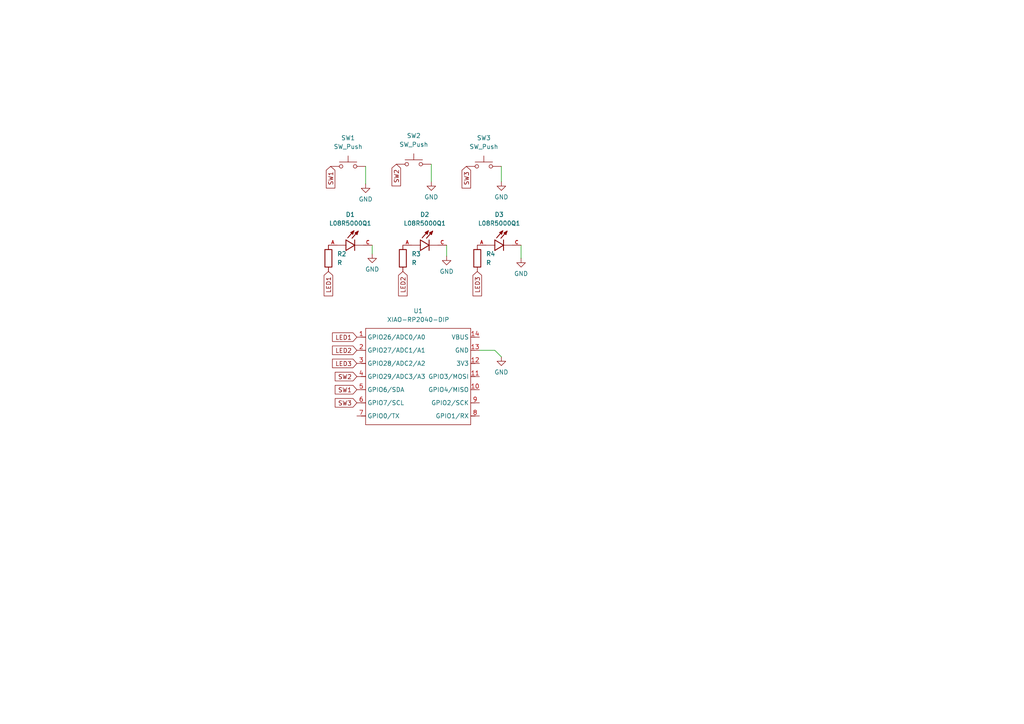
<source format=kicad_sch>
(kicad_sch
	(version 20250114)
	(generator "eeschema")
	(generator_version "9.0")
	(uuid "4669b439-be3b-4728-930c-e9c68009d532")
	(paper "A4")
	(lib_symbols
		(symbol "Device:R"
			(pin_numbers
				(hide yes)
			)
			(pin_names
				(offset 0)
			)
			(exclude_from_sim no)
			(in_bom yes)
			(on_board yes)
			(property "Reference" "R"
				(at 2.032 0 90)
				(effects
					(font
						(size 1.27 1.27)
					)
				)
			)
			(property "Value" "R"
				(at 0 0 90)
				(effects
					(font
						(size 1.27 1.27)
					)
				)
			)
			(property "Footprint" ""
				(at -1.778 0 90)
				(effects
					(font
						(size 1.27 1.27)
					)
					(hide yes)
				)
			)
			(property "Datasheet" "~"
				(at 0 0 0)
				(effects
					(font
						(size 1.27 1.27)
					)
					(hide yes)
				)
			)
			(property "Description" "Resistor"
				(at 0 0 0)
				(effects
					(font
						(size 1.27 1.27)
					)
					(hide yes)
				)
			)
			(property "ki_keywords" "R res resistor"
				(at 0 0 0)
				(effects
					(font
						(size 1.27 1.27)
					)
					(hide yes)
				)
			)
			(property "ki_fp_filters" "R_*"
				(at 0 0 0)
				(effects
					(font
						(size 1.27 1.27)
					)
					(hide yes)
				)
			)
			(symbol "R_0_1"
				(rectangle
					(start -1.016 -2.54)
					(end 1.016 2.54)
					(stroke
						(width 0.254)
						(type default)
					)
					(fill
						(type none)
					)
				)
			)
			(symbol "R_1_1"
				(pin passive line
					(at 0 3.81 270)
					(length 1.27)
					(name "~"
						(effects
							(font
								(size 1.27 1.27)
							)
						)
					)
					(number "1"
						(effects
							(font
								(size 1.27 1.27)
							)
						)
					)
				)
				(pin passive line
					(at 0 -3.81 90)
					(length 1.27)
					(name "~"
						(effects
							(font
								(size 1.27 1.27)
							)
						)
					)
					(number "2"
						(effects
							(font
								(size 1.27 1.27)
							)
						)
					)
				)
			)
			(embedded_fonts no)
		)
		(symbol "L08R5000Q1:L08R5000Q1"
			(pin_names
				(offset 1.016)
			)
			(exclude_from_sim no)
			(in_bom yes)
			(on_board yes)
			(property "Reference" "D"
				(at -3.0988 4.4958 0)
				(effects
					(font
						(size 1.27 1.27)
					)
					(justify left bottom)
				)
			)
			(property "Value" "L08R5000Q1"
				(at -3.556 -3.302 0)
				(effects
					(font
						(size 1.27 1.27)
					)
					(justify left bottom)
				)
			)
			(property "Footprint" "L08R5000Q1:LEDRD254W57D500H1070"
				(at 0 0 0)
				(effects
					(font
						(size 1.27 1.27)
					)
					(justify bottom)
					(hide yes)
				)
			)
			(property "Datasheet" ""
				(at 0 0 0)
				(effects
					(font
						(size 1.27 1.27)
					)
					(hide yes)
				)
			)
			(property "Description" ""
				(at 0 0 0)
				(effects
					(font
						(size 1.27 1.27)
					)
					(hide yes)
				)
			)
			(property "MF" "LED Technology"
				(at 0 0 0)
				(effects
					(font
						(size 1.27 1.27)
					)
					(justify bottom)
					(hide yes)
				)
			)
			(property "MAXIMUM_PACKAGE_HEIGHT" "10.7mm"
				(at 0 0 0)
				(effects
					(font
						(size 1.27 1.27)
					)
					(justify bottom)
					(hide yes)
				)
			)
			(property "Package" "None"
				(at 0 0 0)
				(effects
					(font
						(size 1.27 1.27)
					)
					(justify bottom)
					(hide yes)
				)
			)
			(property "Price" "None"
				(at 0 0 0)
				(effects
					(font
						(size 1.27 1.27)
					)
					(justify bottom)
					(hide yes)
				)
			)
			(property "Check_prices" "https://www.snapeda.com/parts/L08R5000Q1/LED+Technology/view-part/?ref=eda"
				(at 0 0 0)
				(effects
					(font
						(size 1.27 1.27)
					)
					(justify bottom)
					(hide yes)
				)
			)
			(property "STANDARD" "IPC-7351B"
				(at 0 0 0)
				(effects
					(font
						(size 1.27 1.27)
					)
					(justify bottom)
					(hide yes)
				)
			)
			(property "PARTREV" "NA"
				(at 0 0 0)
				(effects
					(font
						(size 1.27 1.27)
					)
					(justify bottom)
					(hide yes)
				)
			)
			(property "SnapEDA_Link" "https://www.snapeda.com/parts/L08R5000Q1/LED+Technology/view-part/?ref=snap"
				(at 0 0 0)
				(effects
					(font
						(size 1.27 1.27)
					)
					(justify bottom)
					(hide yes)
				)
			)
			(property "MP" "L08R5000Q1"
				(at 0 0 0)
				(effects
					(font
						(size 1.27 1.27)
					)
					(justify bottom)
					(hide yes)
				)
			)
			(property "Description_1" "LED, 5MM, ORANGE; LED / Lamp Size: 5mm / T-1 3/4; LED Colour: Orange; Typ Luminous Intensity: 4.3mcd; Viewing Angle: ..."
				(at 0 0 0)
				(effects
					(font
						(size 1.27 1.27)
					)
					(justify bottom)
					(hide yes)
				)
			)
			(property "Availability" "Not in stock"
				(at 0 0 0)
				(effects
					(font
						(size 1.27 1.27)
					)
					(justify bottom)
					(hide yes)
				)
			)
			(property "MANUFACTURER" "LED TECHNOLOGY"
				(at 0 0 0)
				(effects
					(font
						(size 1.27 1.27)
					)
					(justify bottom)
					(hide yes)
				)
			)
			(symbol "L08R5000Q1_0_0"
				(polyline
					(pts
						(xy -2.54 1.524) (xy -2.54 0)
					)
					(stroke
						(width 0.254)
						(type default)
					)
					(fill
						(type none)
					)
				)
				(polyline
					(pts
						(xy -2.54 0) (xy -5.08 0)
					)
					(stroke
						(width 0.1524)
						(type default)
					)
					(fill
						(type none)
					)
				)
				(polyline
					(pts
						(xy -2.54 0) (xy -2.54 -1.524)
					)
					(stroke
						(width 0.254)
						(type default)
					)
					(fill
						(type none)
					)
				)
				(polyline
					(pts
						(xy -2.54 -1.524) (xy 0 0)
					)
					(stroke
						(width 0.254)
						(type default)
					)
					(fill
						(type none)
					)
				)
				(polyline
					(pts
						(xy -1.1176 3.683) (xy -0.2286 4.1656)
					)
					(stroke
						(width 0.254)
						(type default)
					)
					(fill
						(type none)
					)
				)
				(polyline
					(pts
						(xy -0.9398 3.6068) (xy -0.7112 3.7592)
					)
					(stroke
						(width 0.254)
						(type default)
					)
					(fill
						(type none)
					)
				)
				(polyline
					(pts
						(xy -0.5588 3.2004) (xy -1.1176 3.683)
					)
					(stroke
						(width 0.254)
						(type default)
					)
					(fill
						(type none)
					)
				)
				(polyline
					(pts
						(xy -0.5588 3.2004) (xy -0.5334 3.937)
					)
					(stroke
						(width 0.254)
						(type default)
					)
					(fill
						(type none)
					)
				)
				(polyline
					(pts
						(xy -0.5334 3.937) (xy -0.6604 3.937)
					)
					(stroke
						(width 0.254)
						(type default)
					)
					(fill
						(type none)
					)
				)
				(polyline
					(pts
						(xy -0.2286 4.1656) (xy -2.0066 2.1336)
					)
					(stroke
						(width 0.254)
						(type default)
					)
					(fill
						(type none)
					)
				)
				(polyline
					(pts
						(xy -0.2286 4.1656) (xy -0.5588 3.2004)
					)
					(stroke
						(width 0.254)
						(type default)
					)
					(fill
						(type none)
					)
				)
				(polyline
					(pts
						(xy 0 1.524) (xy 0 0)
					)
					(stroke
						(width 0.254)
						(type default)
					)
					(fill
						(type none)
					)
				)
				(polyline
					(pts
						(xy 0 0) (xy -2.54 1.524)
					)
					(stroke
						(width 0.254)
						(type default)
					)
					(fill
						(type none)
					)
				)
				(polyline
					(pts
						(xy 0 0) (xy 0 -1.524)
					)
					(stroke
						(width 0.254)
						(type default)
					)
					(fill
						(type none)
					)
				)
				(polyline
					(pts
						(xy 0.127 3.5814) (xy 1.016 4.064)
					)
					(stroke
						(width 0.254)
						(type default)
					)
					(fill
						(type none)
					)
				)
				(polyline
					(pts
						(xy 0.3048 3.5052) (xy 0.5334 3.6576)
					)
					(stroke
						(width 0.254)
						(type default)
					)
					(fill
						(type none)
					)
				)
				(polyline
					(pts
						(xy 0.6858 3.0988) (xy 0.127 3.5814)
					)
					(stroke
						(width 0.254)
						(type default)
					)
					(fill
						(type none)
					)
				)
				(polyline
					(pts
						(xy 0.6858 3.0988) (xy 0.7112 3.8354)
					)
					(stroke
						(width 0.254)
						(type default)
					)
					(fill
						(type none)
					)
				)
				(polyline
					(pts
						(xy 0.7112 3.8354) (xy 0.5842 3.8354)
					)
					(stroke
						(width 0.254)
						(type default)
					)
					(fill
						(type none)
					)
				)
				(polyline
					(pts
						(xy 1.016 4.064) (xy -0.762 2.032)
					)
					(stroke
						(width 0.254)
						(type default)
					)
					(fill
						(type none)
					)
				)
				(polyline
					(pts
						(xy 1.016 4.064) (xy 0.6858 3.0988)
					)
					(stroke
						(width 0.254)
						(type default)
					)
					(fill
						(type none)
					)
				)
				(polyline
					(pts
						(xy 2.54 0) (xy 0 0)
					)
					(stroke
						(width 0.1524)
						(type default)
					)
					(fill
						(type none)
					)
				)
				(pin passive line
					(at -7.62 0 0)
					(length 2.54)
					(name "~"
						(effects
							(font
								(size 1.016 1.016)
							)
						)
					)
					(number "A"
						(effects
							(font
								(size 1.016 1.016)
							)
						)
					)
				)
				(pin passive line
					(at 5.08 0 180)
					(length 2.54)
					(name "~"
						(effects
							(font
								(size 1.016 1.016)
							)
						)
					)
					(number "C"
						(effects
							(font
								(size 1.016 1.016)
							)
						)
					)
				)
			)
			(embedded_fonts no)
		)
		(symbol "Seeed_Studio_XIAO_Series:XIAO-RP2040-DIP"
			(exclude_from_sim no)
			(in_bom yes)
			(on_board yes)
			(property "Reference" "U"
				(at 0 0 0)
				(effects
					(font
						(size 1.27 1.27)
					)
				)
			)
			(property "Value" "XIAO-RP2040-DIP"
				(at 5.334 -1.778 0)
				(effects
					(font
						(size 1.27 1.27)
					)
				)
			)
			(property "Footprint" "Module:MOUDLE14P-XIAO-DIP-SMD"
				(at 14.478 -32.258 0)
				(effects
					(font
						(size 1.27 1.27)
					)
					(hide yes)
				)
			)
			(property "Datasheet" ""
				(at 0 0 0)
				(effects
					(font
						(size 1.27 1.27)
					)
					(hide yes)
				)
			)
			(property "Description" ""
				(at 0 0 0)
				(effects
					(font
						(size 1.27 1.27)
					)
					(hide yes)
				)
			)
			(symbol "XIAO-RP2040-DIP_1_0"
				(polyline
					(pts
						(xy -1.27 -2.54) (xy 29.21 -2.54)
					)
					(stroke
						(width 0.1524)
						(type solid)
					)
					(fill
						(type none)
					)
				)
				(polyline
					(pts
						(xy -1.27 -5.08) (xy -2.54 -5.08)
					)
					(stroke
						(width 0.1524)
						(type solid)
					)
					(fill
						(type none)
					)
				)
				(polyline
					(pts
						(xy -1.27 -5.08) (xy -1.27 -2.54)
					)
					(stroke
						(width 0.1524)
						(type solid)
					)
					(fill
						(type none)
					)
				)
				(polyline
					(pts
						(xy -1.27 -8.89) (xy -2.54 -8.89)
					)
					(stroke
						(width 0.1524)
						(type solid)
					)
					(fill
						(type none)
					)
				)
				(polyline
					(pts
						(xy -1.27 -8.89) (xy -1.27 -5.08)
					)
					(stroke
						(width 0.1524)
						(type solid)
					)
					(fill
						(type none)
					)
				)
				(polyline
					(pts
						(xy -1.27 -12.7) (xy -2.54 -12.7)
					)
					(stroke
						(width 0.1524)
						(type solid)
					)
					(fill
						(type none)
					)
				)
				(polyline
					(pts
						(xy -1.27 -12.7) (xy -1.27 -8.89)
					)
					(stroke
						(width 0.1524)
						(type solid)
					)
					(fill
						(type none)
					)
				)
				(polyline
					(pts
						(xy -1.27 -16.51) (xy -2.54 -16.51)
					)
					(stroke
						(width 0.1524)
						(type solid)
					)
					(fill
						(type none)
					)
				)
				(polyline
					(pts
						(xy -1.27 -16.51) (xy -1.27 -12.7)
					)
					(stroke
						(width 0.1524)
						(type solid)
					)
					(fill
						(type none)
					)
				)
				(polyline
					(pts
						(xy -1.27 -20.32) (xy -2.54 -20.32)
					)
					(stroke
						(width 0.1524)
						(type solid)
					)
					(fill
						(type none)
					)
				)
				(polyline
					(pts
						(xy -1.27 -24.13) (xy -2.54 -24.13)
					)
					(stroke
						(width 0.1524)
						(type solid)
					)
					(fill
						(type none)
					)
				)
				(polyline
					(pts
						(xy -1.27 -27.94) (xy -2.54 -27.94)
					)
					(stroke
						(width 0.1524)
						(type solid)
					)
					(fill
						(type none)
					)
				)
				(polyline
					(pts
						(xy -1.27 -30.48) (xy -1.27 -16.51)
					)
					(stroke
						(width 0.1524)
						(type solid)
					)
					(fill
						(type none)
					)
				)
				(polyline
					(pts
						(xy 29.21 -2.54) (xy 29.21 -5.08)
					)
					(stroke
						(width 0.1524)
						(type solid)
					)
					(fill
						(type none)
					)
				)
				(polyline
					(pts
						(xy 29.21 -5.08) (xy 29.21 -8.89)
					)
					(stroke
						(width 0.1524)
						(type solid)
					)
					(fill
						(type none)
					)
				)
				(polyline
					(pts
						(xy 29.21 -8.89) (xy 29.21 -12.7)
					)
					(stroke
						(width 0.1524)
						(type solid)
					)
					(fill
						(type none)
					)
				)
				(polyline
					(pts
						(xy 29.21 -12.7) (xy 29.21 -30.48)
					)
					(stroke
						(width 0.1524)
						(type solid)
					)
					(fill
						(type none)
					)
				)
				(polyline
					(pts
						(xy 29.21 -30.48) (xy -1.27 -30.48)
					)
					(stroke
						(width 0.1524)
						(type solid)
					)
					(fill
						(type none)
					)
				)
				(polyline
					(pts
						(xy 30.48 -5.08) (xy 29.21 -5.08)
					)
					(stroke
						(width 0.1524)
						(type solid)
					)
					(fill
						(type none)
					)
				)
				(polyline
					(pts
						(xy 30.48 -8.89) (xy 29.21 -8.89)
					)
					(stroke
						(width 0.1524)
						(type solid)
					)
					(fill
						(type none)
					)
				)
				(polyline
					(pts
						(xy 30.48 -12.7) (xy 29.21 -12.7)
					)
					(stroke
						(width 0.1524)
						(type solid)
					)
					(fill
						(type none)
					)
				)
				(polyline
					(pts
						(xy 30.48 -16.51) (xy 29.21 -16.51)
					)
					(stroke
						(width 0.1524)
						(type solid)
					)
					(fill
						(type none)
					)
				)
				(polyline
					(pts
						(xy 30.48 -20.32) (xy 29.21 -20.32)
					)
					(stroke
						(width 0.1524)
						(type solid)
					)
					(fill
						(type none)
					)
				)
				(polyline
					(pts
						(xy 30.48 -24.13) (xy 29.21 -24.13)
					)
					(stroke
						(width 0.1524)
						(type solid)
					)
					(fill
						(type none)
					)
				)
				(polyline
					(pts
						(xy 30.48 -27.94) (xy 29.21 -27.94)
					)
					(stroke
						(width 0.1524)
						(type solid)
					)
					(fill
						(type none)
					)
				)
				(pin passive line
					(at -3.81 -5.08 0)
					(length 2.54)
					(name "GPIO26/ADC0/A0"
						(effects
							(font
								(size 1.27 1.27)
							)
						)
					)
					(number "1"
						(effects
							(font
								(size 1.27 1.27)
							)
						)
					)
				)
				(pin passive line
					(at -3.81 -8.89 0)
					(length 2.54)
					(name "GPIO27/ADC1/A1"
						(effects
							(font
								(size 1.27 1.27)
							)
						)
					)
					(number "2"
						(effects
							(font
								(size 1.27 1.27)
							)
						)
					)
				)
				(pin passive line
					(at -3.81 -12.7 0)
					(length 2.54)
					(name "GPIO28/ADC2/A2"
						(effects
							(font
								(size 1.27 1.27)
							)
						)
					)
					(number "3"
						(effects
							(font
								(size 1.27 1.27)
							)
						)
					)
				)
				(pin passive line
					(at -3.81 -16.51 0)
					(length 2.54)
					(name "GPIO29/ADC3/A3"
						(effects
							(font
								(size 1.27 1.27)
							)
						)
					)
					(number "4"
						(effects
							(font
								(size 1.27 1.27)
							)
						)
					)
				)
				(pin passive line
					(at -3.81 -20.32 0)
					(length 2.54)
					(name "GPIO6/SDA"
						(effects
							(font
								(size 1.27 1.27)
							)
						)
					)
					(number "5"
						(effects
							(font
								(size 1.27 1.27)
							)
						)
					)
				)
				(pin passive line
					(at -3.81 -24.13 0)
					(length 2.54)
					(name "GPIO7/SCL"
						(effects
							(font
								(size 1.27 1.27)
							)
						)
					)
					(number "6"
						(effects
							(font
								(size 1.27 1.27)
							)
						)
					)
				)
				(pin passive line
					(at -3.81 -27.94 0)
					(length 2.54)
					(name "GPIO0/TX"
						(effects
							(font
								(size 1.27 1.27)
							)
						)
					)
					(number "7"
						(effects
							(font
								(size 1.27 1.27)
							)
						)
					)
				)
				(pin passive line
					(at 31.75 -5.08 180)
					(length 2.54)
					(name "VBUS"
						(effects
							(font
								(size 1.27 1.27)
							)
						)
					)
					(number "14"
						(effects
							(font
								(size 1.27 1.27)
							)
						)
					)
				)
				(pin passive line
					(at 31.75 -8.89 180)
					(length 2.54)
					(name "GND"
						(effects
							(font
								(size 1.27 1.27)
							)
						)
					)
					(number "13"
						(effects
							(font
								(size 1.27 1.27)
							)
						)
					)
				)
				(pin passive line
					(at 31.75 -12.7 180)
					(length 2.54)
					(name "3V3"
						(effects
							(font
								(size 1.27 1.27)
							)
						)
					)
					(number "12"
						(effects
							(font
								(size 1.27 1.27)
							)
						)
					)
				)
				(pin passive line
					(at 31.75 -16.51 180)
					(length 2.54)
					(name "GPIO3/MOSI"
						(effects
							(font
								(size 1.27 1.27)
							)
						)
					)
					(number "11"
						(effects
							(font
								(size 1.27 1.27)
							)
						)
					)
				)
				(pin passive line
					(at 31.75 -20.32 180)
					(length 2.54)
					(name "GPIO4/MISO"
						(effects
							(font
								(size 1.27 1.27)
							)
						)
					)
					(number "10"
						(effects
							(font
								(size 1.27 1.27)
							)
						)
					)
				)
				(pin passive line
					(at 31.75 -24.13 180)
					(length 2.54)
					(name "GPIO2/SCK"
						(effects
							(font
								(size 1.27 1.27)
							)
						)
					)
					(number "9"
						(effects
							(font
								(size 1.27 1.27)
							)
						)
					)
				)
				(pin passive line
					(at 31.75 -27.94 180)
					(length 2.54)
					(name "GPIO1/RX"
						(effects
							(font
								(size 1.27 1.27)
							)
						)
					)
					(number "8"
						(effects
							(font
								(size 1.27 1.27)
							)
						)
					)
				)
			)
			(embedded_fonts no)
		)
		(symbol "Switch:SW_Push"
			(pin_numbers
				(hide yes)
			)
			(pin_names
				(offset 1.016)
				(hide yes)
			)
			(exclude_from_sim no)
			(in_bom yes)
			(on_board yes)
			(property "Reference" "SW"
				(at 1.27 2.54 0)
				(effects
					(font
						(size 1.27 1.27)
					)
					(justify left)
				)
			)
			(property "Value" "SW_Push"
				(at 0 -1.524 0)
				(effects
					(font
						(size 1.27 1.27)
					)
				)
			)
			(property "Footprint" ""
				(at 0 5.08 0)
				(effects
					(font
						(size 1.27 1.27)
					)
					(hide yes)
				)
			)
			(property "Datasheet" "~"
				(at 0 5.08 0)
				(effects
					(font
						(size 1.27 1.27)
					)
					(hide yes)
				)
			)
			(property "Description" "Push button switch, generic, two pins"
				(at 0 0 0)
				(effects
					(font
						(size 1.27 1.27)
					)
					(hide yes)
				)
			)
			(property "ki_keywords" "switch normally-open pushbutton push-button"
				(at 0 0 0)
				(effects
					(font
						(size 1.27 1.27)
					)
					(hide yes)
				)
			)
			(symbol "SW_Push_0_1"
				(circle
					(center -2.032 0)
					(radius 0.508)
					(stroke
						(width 0)
						(type default)
					)
					(fill
						(type none)
					)
				)
				(polyline
					(pts
						(xy 0 1.27) (xy 0 3.048)
					)
					(stroke
						(width 0)
						(type default)
					)
					(fill
						(type none)
					)
				)
				(circle
					(center 2.032 0)
					(radius 0.508)
					(stroke
						(width 0)
						(type default)
					)
					(fill
						(type none)
					)
				)
				(polyline
					(pts
						(xy 2.54 1.27) (xy -2.54 1.27)
					)
					(stroke
						(width 0)
						(type default)
					)
					(fill
						(type none)
					)
				)
				(pin passive line
					(at -5.08 0 0)
					(length 2.54)
					(name "1"
						(effects
							(font
								(size 1.27 1.27)
							)
						)
					)
					(number "1"
						(effects
							(font
								(size 1.27 1.27)
							)
						)
					)
				)
				(pin passive line
					(at 5.08 0 180)
					(length 2.54)
					(name "2"
						(effects
							(font
								(size 1.27 1.27)
							)
						)
					)
					(number "2"
						(effects
							(font
								(size 1.27 1.27)
							)
						)
					)
				)
			)
			(embedded_fonts no)
		)
		(symbol "power:GND"
			(power)
			(pin_numbers
				(hide yes)
			)
			(pin_names
				(offset 0)
				(hide yes)
			)
			(exclude_from_sim no)
			(in_bom yes)
			(on_board yes)
			(property "Reference" "#PWR"
				(at 0 -6.35 0)
				(effects
					(font
						(size 1.27 1.27)
					)
					(hide yes)
				)
			)
			(property "Value" "GND"
				(at 0 -3.81 0)
				(effects
					(font
						(size 1.27 1.27)
					)
				)
			)
			(property "Footprint" ""
				(at 0 0 0)
				(effects
					(font
						(size 1.27 1.27)
					)
					(hide yes)
				)
			)
			(property "Datasheet" ""
				(at 0 0 0)
				(effects
					(font
						(size 1.27 1.27)
					)
					(hide yes)
				)
			)
			(property "Description" "Power symbol creates a global label with name \"GND\" , ground"
				(at 0 0 0)
				(effects
					(font
						(size 1.27 1.27)
					)
					(hide yes)
				)
			)
			(property "ki_keywords" "global power"
				(at 0 0 0)
				(effects
					(font
						(size 1.27 1.27)
					)
					(hide yes)
				)
			)
			(symbol "GND_0_1"
				(polyline
					(pts
						(xy 0 0) (xy 0 -1.27) (xy 1.27 -1.27) (xy 0 -2.54) (xy -1.27 -1.27) (xy 0 -1.27)
					)
					(stroke
						(width 0)
						(type default)
					)
					(fill
						(type none)
					)
				)
			)
			(symbol "GND_1_1"
				(pin power_in line
					(at 0 0 270)
					(length 0)
					(name "~"
						(effects
							(font
								(size 1.27 1.27)
							)
						)
					)
					(number "1"
						(effects
							(font
								(size 1.27 1.27)
							)
						)
					)
				)
			)
			(embedded_fonts no)
		)
	)
	(wire
		(pts
			(xy 106.045 48.26) (xy 106.045 53.34)
		)
		(stroke
			(width 0)
			(type default)
		)
		(uuid "0c9115c1-074d-4374-86de-9690f58338f2")
	)
	(wire
		(pts
			(xy 143.51 101.6) (xy 145.415 103.505)
		)
		(stroke
			(width 0)
			(type default)
		)
		(uuid "27f775fb-6ce8-4763-ae7d-3a6b0ef4475b")
	)
	(wire
		(pts
			(xy 139.065 101.6) (xy 143.51 101.6)
		)
		(stroke
			(width 0)
			(type default)
		)
		(uuid "4004ac4f-28a2-4039-88c9-63383ca77e1f")
	)
	(wire
		(pts
			(xy 145.415 48.26) (xy 145.415 52.705)
		)
		(stroke
			(width 0)
			(type default)
		)
		(uuid "4153ff63-1b66-443c-9d5d-e960a2bbe705")
	)
	(wire
		(pts
			(xy 129.54 71.12) (xy 129.54 74.295)
		)
		(stroke
			(width 0)
			(type default)
		)
		(uuid "6cd8b8a7-2222-4db4-9ab5-2e186ae68b19")
	)
	(wire
		(pts
			(xy 107.95 73.66) (xy 107.95 71.12)
		)
		(stroke
			(width 0)
			(type default)
		)
		(uuid "9e8aaab5-f5a1-45f7-90d3-bc2ad7fe83e2")
	)
	(wire
		(pts
			(xy 125.095 47.625) (xy 125.095 52.705)
		)
		(stroke
			(width 0)
			(type default)
		)
		(uuid "a51c3f8f-427a-4821-b1d9-57745a8b506b")
	)
	(wire
		(pts
			(xy 151.13 71.12) (xy 151.13 74.93)
		)
		(stroke
			(width 0)
			(type default)
		)
		(uuid "ba05e31a-9036-4dc7-8f57-948892541cc9")
	)
	(global_label "LED2"
		(shape input)
		(at 103.505 101.6 180)
		(fields_autoplaced yes)
		(effects
			(font
				(size 1.27 1.27)
			)
			(justify right)
		)
		(uuid "0d42fa5a-b462-4a61-b366-0d5573213815")
		(property "Intersheetrefs" "${INTERSHEET_REFS}"
			(at 95.8632 101.6 0)
			(effects
				(font
					(size 1.27 1.27)
				)
				(justify right)
				(hide yes)
			)
		)
	)
	(global_label "SW3"
		(shape input)
		(at 135.255 48.26 270)
		(fields_autoplaced yes)
		(effects
			(font
				(size 1.27 1.27)
			)
			(justify right)
		)
		(uuid "36ab78b2-210a-4d91-993f-d108e7faadb4")
		(property "Intersheetrefs" "${INTERSHEET_REFS}"
			(at 135.255 55.1156 90)
			(effects
				(font
					(size 1.27 1.27)
				)
				(justify right)
				(hide yes)
			)
		)
	)
	(global_label "SW1"
		(shape input)
		(at 95.885 48.26 270)
		(fields_autoplaced yes)
		(effects
			(font
				(size 1.27 1.27)
			)
			(justify right)
		)
		(uuid "42eb6517-cb2b-4ee9-bc07-a035f7e50e00")
		(property "Intersheetrefs" "${INTERSHEET_REFS}"
			(at 95.885 55.1156 90)
			(effects
				(font
					(size 1.27 1.27)
				)
				(justify right)
				(hide yes)
			)
		)
	)
	(global_label "LED1"
		(shape input)
		(at 95.25 78.74 270)
		(fields_autoplaced yes)
		(effects
			(font
				(size 1.27 1.27)
			)
			(justify right)
		)
		(uuid "5a2c5b2d-a4c6-4b50-afea-e4a58d46c370")
		(property "Intersheetrefs" "${INTERSHEET_REFS}"
			(at 95.25 86.3818 90)
			(effects
				(font
					(size 1.27 1.27)
				)
				(justify right)
				(hide yes)
			)
		)
	)
	(global_label "LED2"
		(shape input)
		(at 116.84 78.74 270)
		(fields_autoplaced yes)
		(effects
			(font
				(size 1.27 1.27)
			)
			(justify right)
		)
		(uuid "75cf8cf0-72b4-4788-b4bb-11d40325f2e6")
		(property "Intersheetrefs" "${INTERSHEET_REFS}"
			(at 116.84 86.3818 90)
			(effects
				(font
					(size 1.27 1.27)
				)
				(justify right)
				(hide yes)
			)
		)
	)
	(global_label "SW1"
		(shape input)
		(at 103.505 113.03 180)
		(fields_autoplaced yes)
		(effects
			(font
				(size 1.27 1.27)
			)
			(justify right)
		)
		(uuid "97e20177-af68-48f0-92f0-4b15247684d0")
		(property "Intersheetrefs" "${INTERSHEET_REFS}"
			(at 96.6494 113.03 0)
			(effects
				(font
					(size 1.27 1.27)
				)
				(justify right)
				(hide yes)
			)
		)
	)
	(global_label "SW2"
		(shape input)
		(at 114.935 47.625 270)
		(fields_autoplaced yes)
		(effects
			(font
				(size 1.27 1.27)
			)
			(justify right)
		)
		(uuid "b0fccd75-35f4-4bb8-990e-d264b0d48b49")
		(property "Intersheetrefs" "${INTERSHEET_REFS}"
			(at 114.935 54.4806 90)
			(effects
				(font
					(size 1.27 1.27)
				)
				(justify right)
				(hide yes)
			)
		)
	)
	(global_label "SW2"
		(shape input)
		(at 103.505 109.22 180)
		(fields_autoplaced yes)
		(effects
			(font
				(size 1.27 1.27)
			)
			(justify right)
		)
		(uuid "b1d1237e-7281-40b5-95c5-a035656ea8f0")
		(property "Intersheetrefs" "${INTERSHEET_REFS}"
			(at 96.6494 109.22 0)
			(effects
				(font
					(size 1.27 1.27)
				)
				(justify right)
				(hide yes)
			)
		)
	)
	(global_label "LED3"
		(shape input)
		(at 103.505 105.41 180)
		(fields_autoplaced yes)
		(effects
			(font
				(size 1.27 1.27)
			)
			(justify right)
		)
		(uuid "b859a355-68b0-47df-a8f0-3ac69997eaab")
		(property "Intersheetrefs" "${INTERSHEET_REFS}"
			(at 95.8632 105.41 0)
			(effects
				(font
					(size 1.27 1.27)
				)
				(justify right)
				(hide yes)
			)
		)
	)
	(global_label "LED1"
		(shape input)
		(at 103.505 97.79 180)
		(fields_autoplaced yes)
		(effects
			(font
				(size 1.27 1.27)
			)
			(justify right)
		)
		(uuid "c5a0b148-073e-4d62-8cbd-1e977cafd880")
		(property "Intersheetrefs" "${INTERSHEET_REFS}"
			(at 95.8632 97.79 0)
			(effects
				(font
					(size 1.27 1.27)
				)
				(justify right)
				(hide yes)
			)
		)
	)
	(global_label "LED3"
		(shape input)
		(at 138.43 78.74 270)
		(fields_autoplaced yes)
		(effects
			(font
				(size 1.27 1.27)
			)
			(justify right)
		)
		(uuid "ca81b50f-a967-4748-a17b-e3a1c87a56ec")
		(property "Intersheetrefs" "${INTERSHEET_REFS}"
			(at 138.43 86.3818 90)
			(effects
				(font
					(size 1.27 1.27)
				)
				(justify right)
				(hide yes)
			)
		)
	)
	(global_label "SW3"
		(shape input)
		(at 103.505 116.84 180)
		(fields_autoplaced yes)
		(effects
			(font
				(size 1.27 1.27)
			)
			(justify right)
		)
		(uuid "e2382a8e-269d-41fc-a02c-de3a77a43686")
		(property "Intersheetrefs" "${INTERSHEET_REFS}"
			(at 96.6494 116.84 0)
			(effects
				(font
					(size 1.27 1.27)
				)
				(justify right)
				(hide yes)
			)
		)
	)
	(symbol
		(lib_id "L08R5000Q1:L08R5000Q1")
		(at 146.05 71.12 0)
		(unit 1)
		(exclude_from_sim no)
		(in_bom yes)
		(on_board yes)
		(dnp no)
		(fields_autoplaced yes)
		(uuid "00cf3b9c-6c28-47d9-a659-07739dea4339")
		(property "Reference" "D3"
			(at 144.78 62.23 0)
			(effects
				(font
					(size 1.27 1.27)
				)
			)
		)
		(property "Value" "L08R5000Q1"
			(at 144.78 64.77 0)
			(effects
				(font
					(size 1.27 1.27)
				)
			)
		)
		(property "Footprint" "footprints:LEDRD254W57D500H1070"
			(at 146.05 71.12 0)
			(effects
				(font
					(size 1.27 1.27)
				)
				(justify bottom)
				(hide yes)
			)
		)
		(property "Datasheet" ""
			(at 146.05 71.12 0)
			(effects
				(font
					(size 1.27 1.27)
				)
				(hide yes)
			)
		)
		(property "Description" ""
			(at 146.05 71.12 0)
			(effects
				(font
					(size 1.27 1.27)
				)
				(hide yes)
			)
		)
		(property "MF" "LED Technology"
			(at 146.05 71.12 0)
			(effects
				(font
					(size 1.27 1.27)
				)
				(justify bottom)
				(hide yes)
			)
		)
		(property "MAXIMUM_PACKAGE_HEIGHT" "10.7mm"
			(at 146.05 71.12 0)
			(effects
				(font
					(size 1.27 1.27)
				)
				(justify bottom)
				(hide yes)
			)
		)
		(property "Package" "None"
			(at 146.05 71.12 0)
			(effects
				(font
					(size 1.27 1.27)
				)
				(justify bottom)
				(hide yes)
			)
		)
		(property "Price" "None"
			(at 146.05 71.12 0)
			(effects
				(font
					(size 1.27 1.27)
				)
				(justify bottom)
				(hide yes)
			)
		)
		(property "Check_prices" "https://www.snapeda.com/parts/L08R5000Q1/LED+Technology/view-part/?ref=eda"
			(at 146.05 71.12 0)
			(effects
				(font
					(size 1.27 1.27)
				)
				(justify bottom)
				(hide yes)
			)
		)
		(property "STANDARD" "IPC-7351B"
			(at 146.05 71.12 0)
			(effects
				(font
					(size 1.27 1.27)
				)
				(justify bottom)
				(hide yes)
			)
		)
		(property "PARTREV" "NA"
			(at 146.05 71.12 0)
			(effects
				(font
					(size 1.27 1.27)
				)
				(justify bottom)
				(hide yes)
			)
		)
		(property "SnapEDA_Link" "https://www.snapeda.com/parts/L08R5000Q1/LED+Technology/view-part/?ref=snap"
			(at 146.05 71.12 0)
			(effects
				(font
					(size 1.27 1.27)
				)
				(justify bottom)
				(hide yes)
			)
		)
		(property "MP" "L08R5000Q1"
			(at 146.05 71.12 0)
			(effects
				(font
					(size 1.27 1.27)
				)
				(justify bottom)
				(hide yes)
			)
		)
		(property "Description_1" "LED, 5MM, ORANGE; LED / Lamp Size: 5mm / T-1 3/4; LED Colour: Orange; Typ Luminous Intensity: 4.3mcd; Viewing Angle: ..."
			(at 146.05 71.12 0)
			(effects
				(font
					(size 1.27 1.27)
				)
				(justify bottom)
				(hide yes)
			)
		)
		(property "Availability" "Not in stock"
			(at 146.05 71.12 0)
			(effects
				(font
					(size 1.27 1.27)
				)
				(justify bottom)
				(hide yes)
			)
		)
		(property "MANUFACTURER" "LED TECHNOLOGY"
			(at 146.05 71.12 0)
			(effects
				(font
					(size 1.27 1.27)
				)
				(justify bottom)
				(hide yes)
			)
		)
		(pin "A"
			(uuid "f9066914-e7ff-4daa-8b12-38d88ac026d4")
		)
		(pin "C"
			(uuid "b88d013c-c633-4cd8-a835-490598b2adf5")
		)
		(instances
			(project "megafinder"
				(path "/4669b439-be3b-4728-930c-e9c68009d532"
					(reference "D3")
					(unit 1)
				)
			)
		)
	)
	(symbol
		(lib_id "Switch:SW_Push")
		(at 100.965 48.26 0)
		(unit 1)
		(exclude_from_sim no)
		(in_bom yes)
		(on_board yes)
		(dnp no)
		(fields_autoplaced yes)
		(uuid "03b6b247-093e-4fa1-9fa0-b79bef9182ad")
		(property "Reference" "SW1"
			(at 100.965 40.005 0)
			(effects
				(font
					(size 1.27 1.27)
				)
			)
		)
		(property "Value" "SW_Push"
			(at 100.965 42.545 0)
			(effects
				(font
					(size 1.27 1.27)
				)
			)
		)
		(property "Footprint" "Button_Switch_Keyboard:SW_Cherry_MX_1.00u_PCB"
			(at 100.965 43.18 0)
			(effects
				(font
					(size 1.27 1.27)
				)
				(hide yes)
			)
		)
		(property "Datasheet" "~"
			(at 100.965 43.18 0)
			(effects
				(font
					(size 1.27 1.27)
				)
				(hide yes)
			)
		)
		(property "Description" "Push button switch, generic, two pins"
			(at 100.965 48.26 0)
			(effects
				(font
					(size 1.27 1.27)
				)
				(hide yes)
			)
		)
		(pin "1"
			(uuid "267e6f2e-f713-4edc-a056-43ad4433e30c")
		)
		(pin "2"
			(uuid "56066a48-8ddd-4244-acff-44b55966a8e3")
		)
		(instances
			(project ""
				(path "/4669b439-be3b-4728-930c-e9c68009d532"
					(reference "SW1")
					(unit 1)
				)
			)
		)
	)
	(symbol
		(lib_id "power:GND")
		(at 106.045 53.34 0)
		(unit 1)
		(exclude_from_sim no)
		(in_bom yes)
		(on_board yes)
		(dnp no)
		(fields_autoplaced yes)
		(uuid "1d60db9f-7ef4-4a4a-ba13-a8fe28a7de3d")
		(property "Reference" "#PWR06"
			(at 106.045 59.69 0)
			(effects
				(font
					(size 1.27 1.27)
				)
				(hide yes)
			)
		)
		(property "Value" "GND"
			(at 106.045 57.785 0)
			(effects
				(font
					(size 1.27 1.27)
				)
			)
		)
		(property "Footprint" ""
			(at 106.045 53.34 0)
			(effects
				(font
					(size 1.27 1.27)
				)
				(hide yes)
			)
		)
		(property "Datasheet" ""
			(at 106.045 53.34 0)
			(effects
				(font
					(size 1.27 1.27)
				)
				(hide yes)
			)
		)
		(property "Description" "Power symbol creates a global label with name \"GND\" , ground"
			(at 106.045 53.34 0)
			(effects
				(font
					(size 1.27 1.27)
				)
				(hide yes)
			)
		)
		(pin "1"
			(uuid "79176299-988d-4584-b681-28dad07f9093")
		)
		(instances
			(project "megafinder"
				(path "/4669b439-be3b-4728-930c-e9c68009d532"
					(reference "#PWR06")
					(unit 1)
				)
			)
		)
	)
	(symbol
		(lib_id "power:GND")
		(at 151.13 74.93 0)
		(unit 1)
		(exclude_from_sim no)
		(in_bom yes)
		(on_board yes)
		(dnp no)
		(fields_autoplaced yes)
		(uuid "2c11292f-9bdc-40d7-8d7f-5543e51aa854")
		(property "Reference" "#PWR03"
			(at 151.13 81.28 0)
			(effects
				(font
					(size 1.27 1.27)
				)
				(hide yes)
			)
		)
		(property "Value" "GND"
			(at 151.13 79.375 0)
			(effects
				(font
					(size 1.27 1.27)
				)
			)
		)
		(property "Footprint" ""
			(at 151.13 74.93 0)
			(effects
				(font
					(size 1.27 1.27)
				)
				(hide yes)
			)
		)
		(property "Datasheet" ""
			(at 151.13 74.93 0)
			(effects
				(font
					(size 1.27 1.27)
				)
				(hide yes)
			)
		)
		(property "Description" "Power symbol creates a global label with name \"GND\" , ground"
			(at 151.13 74.93 0)
			(effects
				(font
					(size 1.27 1.27)
				)
				(hide yes)
			)
		)
		(pin "1"
			(uuid "540b61d7-32fe-4ce9-bc6d-6100e79ab4c1")
		)
		(instances
			(project "megafinder"
				(path "/4669b439-be3b-4728-930c-e9c68009d532"
					(reference "#PWR03")
					(unit 1)
				)
			)
		)
	)
	(symbol
		(lib_id "L08R5000Q1:L08R5000Q1")
		(at 102.87 71.12 0)
		(unit 1)
		(exclude_from_sim no)
		(in_bom yes)
		(on_board yes)
		(dnp no)
		(fields_autoplaced yes)
		(uuid "3cb2ef76-0cdd-44c9-933c-c9fd6291fa85")
		(property "Reference" "D1"
			(at 101.6 62.23 0)
			(effects
				(font
					(size 1.27 1.27)
				)
			)
		)
		(property "Value" "L08R5000Q1"
			(at 101.6 64.77 0)
			(effects
				(font
					(size 1.27 1.27)
				)
			)
		)
		(property "Footprint" "footprints:LEDRD254W57D500H1070"
			(at 102.87 71.12 0)
			(effects
				(font
					(size 1.27 1.27)
				)
				(justify bottom)
				(hide yes)
			)
		)
		(property "Datasheet" ""
			(at 102.87 71.12 0)
			(effects
				(font
					(size 1.27 1.27)
				)
				(hide yes)
			)
		)
		(property "Description" ""
			(at 102.87 71.12 0)
			(effects
				(font
					(size 1.27 1.27)
				)
				(hide yes)
			)
		)
		(property "MF" "LED Technology"
			(at 102.87 71.12 0)
			(effects
				(font
					(size 1.27 1.27)
				)
				(justify bottom)
				(hide yes)
			)
		)
		(property "MAXIMUM_PACKAGE_HEIGHT" "10.7mm"
			(at 102.87 71.12 0)
			(effects
				(font
					(size 1.27 1.27)
				)
				(justify bottom)
				(hide yes)
			)
		)
		(property "Package" "None"
			(at 102.87 71.12 0)
			(effects
				(font
					(size 1.27 1.27)
				)
				(justify bottom)
				(hide yes)
			)
		)
		(property "Price" "None"
			(at 102.87 71.12 0)
			(effects
				(font
					(size 1.27 1.27)
				)
				(justify bottom)
				(hide yes)
			)
		)
		(property "Check_prices" "https://www.snapeda.com/parts/L08R5000Q1/LED+Technology/view-part/?ref=eda"
			(at 102.87 71.12 0)
			(effects
				(font
					(size 1.27 1.27)
				)
				(justify bottom)
				(hide yes)
			)
		)
		(property "STANDARD" "IPC-7351B"
			(at 102.87 71.12 0)
			(effects
				(font
					(size 1.27 1.27)
				)
				(justify bottom)
				(hide yes)
			)
		)
		(property "PARTREV" "NA"
			(at 102.87 71.12 0)
			(effects
				(font
					(size 1.27 1.27)
				)
				(justify bottom)
				(hide yes)
			)
		)
		(property "SnapEDA_Link" "https://www.snapeda.com/parts/L08R5000Q1/LED+Technology/view-part/?ref=snap"
			(at 102.87 71.12 0)
			(effects
				(font
					(size 1.27 1.27)
				)
				(justify bottom)
				(hide yes)
			)
		)
		(property "MP" "L08R5000Q1"
			(at 102.87 71.12 0)
			(effects
				(font
					(size 1.27 1.27)
				)
				(justify bottom)
				(hide yes)
			)
		)
		(property "Description_1" "LED, 5MM, ORANGE; LED / Lamp Size: 5mm / T-1 3/4; LED Colour: Orange; Typ Luminous Intensity: 4.3mcd; Viewing Angle: ..."
			(at 102.87 71.12 0)
			(effects
				(font
					(size 1.27 1.27)
				)
				(justify bottom)
				(hide yes)
			)
		)
		(property "Availability" "Not in stock"
			(at 102.87 71.12 0)
			(effects
				(font
					(size 1.27 1.27)
				)
				(justify bottom)
				(hide yes)
			)
		)
		(property "MANUFACTURER" "LED TECHNOLOGY"
			(at 102.87 71.12 0)
			(effects
				(font
					(size 1.27 1.27)
				)
				(justify bottom)
				(hide yes)
			)
		)
		(pin "A"
			(uuid "7c704380-6b10-47b2-ad56-f7a56fde45e7")
		)
		(pin "C"
			(uuid "bf9ec7ca-fdd7-4a07-a0ff-8389f2de2173")
		)
		(instances
			(project ""
				(path "/4669b439-be3b-4728-930c-e9c68009d532"
					(reference "D1")
					(unit 1)
				)
			)
		)
	)
	(symbol
		(lib_id "Seeed_Studio_XIAO_Series:XIAO-RP2040-DIP")
		(at 107.315 92.71 0)
		(unit 1)
		(exclude_from_sim no)
		(in_bom yes)
		(on_board yes)
		(dnp no)
		(fields_autoplaced yes)
		(uuid "7e8a547a-8988-46a5-9131-928cfd8b6ddf")
		(property "Reference" "U1"
			(at 121.285 90.17 0)
			(effects
				(font
					(size 1.27 1.27)
				)
			)
		)
		(property "Value" "XIAO-RP2040-DIP"
			(at 121.285 92.71 0)
			(effects
				(font
					(size 1.27 1.27)
				)
			)
		)
		(property "Footprint" "footprints:XIAO-RP2040-DIP"
			(at 121.793 124.968 0)
			(effects
				(font
					(size 1.27 1.27)
				)
				(hide yes)
			)
		)
		(property "Datasheet" ""
			(at 107.315 92.71 0)
			(effects
				(font
					(size 1.27 1.27)
				)
				(hide yes)
			)
		)
		(property "Description" ""
			(at 107.315 92.71 0)
			(effects
				(font
					(size 1.27 1.27)
				)
				(hide yes)
			)
		)
		(pin "11"
			(uuid "1bc45dde-bace-4b2f-b4d0-a15fe8f519a4")
		)
		(pin "8"
			(uuid "b44f3b73-421c-4508-b7ca-773d7f099800")
		)
		(pin "4"
			(uuid "c2fbb795-fbcf-48e5-9dd1-5cc30cbcaad8")
		)
		(pin "9"
			(uuid "0af9529a-aa36-4002-9b27-c491eb708de6")
		)
		(pin "3"
			(uuid "a7bb2d8d-3115-46a5-b7cb-bd53c099522c")
		)
		(pin "2"
			(uuid "bdbd05ba-feff-414b-8da4-e9459eac881d")
		)
		(pin "1"
			(uuid "548951b0-b443-4e3b-8268-8bbc3acd820e")
		)
		(pin "5"
			(uuid "a508f4fb-d612-4184-a8a1-e5828f4a90f5")
		)
		(pin "6"
			(uuid "5096f583-05e2-4be7-9193-aede52e2bc6b")
		)
		(pin "7"
			(uuid "1f51358f-37a1-4da8-aa9a-fd72c86c6131")
		)
		(pin "13"
			(uuid "e162174a-e2a3-49f2-ae57-0ec30dfb0a71")
		)
		(pin "12"
			(uuid "8508e8c4-a3ad-4be1-9070-999198e0f673")
		)
		(pin "14"
			(uuid "5394a66a-a8c7-4302-8f4a-4be48079f67b")
		)
		(pin "10"
			(uuid "a3f56a43-ee04-44c5-800b-12680c9c0ab5")
		)
		(instances
			(project ""
				(path "/4669b439-be3b-4728-930c-e9c68009d532"
					(reference "U1")
					(unit 1)
				)
			)
		)
	)
	(symbol
		(lib_id "power:GND")
		(at 129.54 74.295 0)
		(unit 1)
		(exclude_from_sim no)
		(in_bom yes)
		(on_board yes)
		(dnp no)
		(fields_autoplaced yes)
		(uuid "86ef0df5-9d18-4d35-a8eb-1c60673c7f43")
		(property "Reference" "#PWR02"
			(at 129.54 80.645 0)
			(effects
				(font
					(size 1.27 1.27)
				)
				(hide yes)
			)
		)
		(property "Value" "GND"
			(at 129.54 78.74 0)
			(effects
				(font
					(size 1.27 1.27)
				)
			)
		)
		(property "Footprint" ""
			(at 129.54 74.295 0)
			(effects
				(font
					(size 1.27 1.27)
				)
				(hide yes)
			)
		)
		(property "Datasheet" ""
			(at 129.54 74.295 0)
			(effects
				(font
					(size 1.27 1.27)
				)
				(hide yes)
			)
		)
		(property "Description" "Power symbol creates a global label with name \"GND\" , ground"
			(at 129.54 74.295 0)
			(effects
				(font
					(size 1.27 1.27)
				)
				(hide yes)
			)
		)
		(pin "1"
			(uuid "cbfa87de-5329-4844-a7dc-f109a30d725c")
		)
		(instances
			(project "megafinder"
				(path "/4669b439-be3b-4728-930c-e9c68009d532"
					(reference "#PWR02")
					(unit 1)
				)
			)
		)
	)
	(symbol
		(lib_id "power:GND")
		(at 145.415 103.505 0)
		(unit 1)
		(exclude_from_sim no)
		(in_bom yes)
		(on_board yes)
		(dnp no)
		(fields_autoplaced yes)
		(uuid "8a76797e-e997-4bdc-a5ec-9054c2b117a9")
		(property "Reference" "#PWR07"
			(at 145.415 109.855 0)
			(effects
				(font
					(size 1.27 1.27)
				)
				(hide yes)
			)
		)
		(property "Value" "GND"
			(at 145.415 107.95 0)
			(effects
				(font
					(size 1.27 1.27)
				)
			)
		)
		(property "Footprint" ""
			(at 145.415 103.505 0)
			(effects
				(font
					(size 1.27 1.27)
				)
				(hide yes)
			)
		)
		(property "Datasheet" ""
			(at 145.415 103.505 0)
			(effects
				(font
					(size 1.27 1.27)
				)
				(hide yes)
			)
		)
		(property "Description" "Power symbol creates a global label with name \"GND\" , ground"
			(at 145.415 103.505 0)
			(effects
				(font
					(size 1.27 1.27)
				)
				(hide yes)
			)
		)
		(pin "1"
			(uuid "a05c9629-29a2-435e-baba-c63b1729072a")
		)
		(instances
			(project ""
				(path "/4669b439-be3b-4728-930c-e9c68009d532"
					(reference "#PWR07")
					(unit 1)
				)
			)
		)
	)
	(symbol
		(lib_id "Switch:SW_Push")
		(at 140.335 48.26 0)
		(unit 1)
		(exclude_from_sim no)
		(in_bom yes)
		(on_board yes)
		(dnp no)
		(fields_autoplaced yes)
		(uuid "91fcf78a-01b3-4d46-b3e0-3459be215fd1")
		(property "Reference" "SW3"
			(at 140.335 40.005 0)
			(effects
				(font
					(size 1.27 1.27)
				)
			)
		)
		(property "Value" "SW_Push"
			(at 140.335 42.545 0)
			(effects
				(font
					(size 1.27 1.27)
				)
			)
		)
		(property "Footprint" "Button_Switch_Keyboard:SW_Cherry_MX_1.00u_PCB"
			(at 140.335 43.18 0)
			(effects
				(font
					(size 1.27 1.27)
				)
				(hide yes)
			)
		)
		(property "Datasheet" "~"
			(at 140.335 43.18 0)
			(effects
				(font
					(size 1.27 1.27)
				)
				(hide yes)
			)
		)
		(property "Description" "Push button switch, generic, two pins"
			(at 140.335 48.26 0)
			(effects
				(font
					(size 1.27 1.27)
				)
				(hide yes)
			)
		)
		(pin "1"
			(uuid "7659ebba-6981-4296-9e27-a05e62d0e361")
		)
		(pin "2"
			(uuid "09cb205a-6972-4a23-8fc3-3554a31ff3a5")
		)
		(instances
			(project "megafinder"
				(path "/4669b439-be3b-4728-930c-e9c68009d532"
					(reference "SW3")
					(unit 1)
				)
			)
		)
	)
	(symbol
		(lib_id "Device:R")
		(at 138.43 74.93 0)
		(unit 1)
		(exclude_from_sim no)
		(in_bom yes)
		(on_board yes)
		(dnp no)
		(fields_autoplaced yes)
		(uuid "95c10d2a-e175-4df3-9eb8-f1c99d4486cb")
		(property "Reference" "R4"
			(at 140.97 73.6599 0)
			(effects
				(font
					(size 1.27 1.27)
				)
				(justify left)
			)
		)
		(property "Value" "R"
			(at 140.97 76.1999 0)
			(effects
				(font
					(size 1.27 1.27)
				)
				(justify left)
			)
		)
		(property "Footprint" "Resistor_THT:R_Axial_DIN0204_L3.6mm_D1.6mm_P5.08mm_Horizontal"
			(at 136.652 74.93 90)
			(effects
				(font
					(size 1.27 1.27)
				)
				(hide yes)
			)
		)
		(property "Datasheet" "~"
			(at 138.43 74.93 0)
			(effects
				(font
					(size 1.27 1.27)
				)
				(hide yes)
			)
		)
		(property "Description" "Resistor"
			(at 138.43 74.93 0)
			(effects
				(font
					(size 1.27 1.27)
				)
				(hide yes)
			)
		)
		(pin "1"
			(uuid "9529edd6-a379-4ce1-b00d-49c24b90332d")
		)
		(pin "2"
			(uuid "8ffdbe29-37b2-4d15-9da6-9900044cc195")
		)
		(instances
			(project "megafinder"
				(path "/4669b439-be3b-4728-930c-e9c68009d532"
					(reference "R4")
					(unit 1)
				)
			)
		)
	)
	(symbol
		(lib_id "L08R5000Q1:L08R5000Q1")
		(at 124.46 71.12 0)
		(unit 1)
		(exclude_from_sim no)
		(in_bom yes)
		(on_board yes)
		(dnp no)
		(fields_autoplaced yes)
		(uuid "a7bbbecf-b371-4088-b658-afba14d286b9")
		(property "Reference" "D2"
			(at 123.19 62.23 0)
			(effects
				(font
					(size 1.27 1.27)
				)
			)
		)
		(property "Value" "L08R5000Q1"
			(at 123.19 64.77 0)
			(effects
				(font
					(size 1.27 1.27)
				)
			)
		)
		(property "Footprint" "footprints:LEDRD254W57D500H1070"
			(at 124.46 71.12 0)
			(effects
				(font
					(size 1.27 1.27)
				)
				(justify bottom)
				(hide yes)
			)
		)
		(property "Datasheet" ""
			(at 124.46 71.12 0)
			(effects
				(font
					(size 1.27 1.27)
				)
				(hide yes)
			)
		)
		(property "Description" ""
			(at 124.46 71.12 0)
			(effects
				(font
					(size 1.27 1.27)
				)
				(hide yes)
			)
		)
		(property "MF" "LED Technology"
			(at 124.46 71.12 0)
			(effects
				(font
					(size 1.27 1.27)
				)
				(justify bottom)
				(hide yes)
			)
		)
		(property "MAXIMUM_PACKAGE_HEIGHT" "10.7mm"
			(at 124.46 71.12 0)
			(effects
				(font
					(size 1.27 1.27)
				)
				(justify bottom)
				(hide yes)
			)
		)
		(property "Package" "None"
			(at 124.46 71.12 0)
			(effects
				(font
					(size 1.27 1.27)
				)
				(justify bottom)
				(hide yes)
			)
		)
		(property "Price" "None"
			(at 124.46 71.12 0)
			(effects
				(font
					(size 1.27 1.27)
				)
				(justify bottom)
				(hide yes)
			)
		)
		(property "Check_prices" "https://www.snapeda.com/parts/L08R5000Q1/LED+Technology/view-part/?ref=eda"
			(at 124.46 71.12 0)
			(effects
				(font
					(size 1.27 1.27)
				)
				(justify bottom)
				(hide yes)
			)
		)
		(property "STANDARD" "IPC-7351B"
			(at 124.46 71.12 0)
			(effects
				(font
					(size 1.27 1.27)
				)
				(justify bottom)
				(hide yes)
			)
		)
		(property "PARTREV" "NA"
			(at 124.46 71.12 0)
			(effects
				(font
					(size 1.27 1.27)
				)
				(justify bottom)
				(hide yes)
			)
		)
		(property "SnapEDA_Link" "https://www.snapeda.com/parts/L08R5000Q1/LED+Technology/view-part/?ref=snap"
			(at 124.46 71.12 0)
			(effects
				(font
					(size 1.27 1.27)
				)
				(justify bottom)
				(hide yes)
			)
		)
		(property "MP" "L08R5000Q1"
			(at 124.46 71.12 0)
			(effects
				(font
					(size 1.27 1.27)
				)
				(justify bottom)
				(hide yes)
			)
		)
		(property "Description_1" "LED, 5MM, ORANGE; LED / Lamp Size: 5mm / T-1 3/4; LED Colour: Orange; Typ Luminous Intensity: 4.3mcd; Viewing Angle: ..."
			(at 124.46 71.12 0)
			(effects
				(font
					(size 1.27 1.27)
				)
				(justify bottom)
				(hide yes)
			)
		)
		(property "Availability" "Not in stock"
			(at 124.46 71.12 0)
			(effects
				(font
					(size 1.27 1.27)
				)
				(justify bottom)
				(hide yes)
			)
		)
		(property "MANUFACTURER" "LED TECHNOLOGY"
			(at 124.46 71.12 0)
			(effects
				(font
					(size 1.27 1.27)
				)
				(justify bottom)
				(hide yes)
			)
		)
		(pin "A"
			(uuid "66d3021f-f5ac-4d26-86de-9b3128c91077")
		)
		(pin "C"
			(uuid "e7d936eb-cca6-4a90-95b3-b400b8a6d569")
		)
		(instances
			(project "megafinder"
				(path "/4669b439-be3b-4728-930c-e9c68009d532"
					(reference "D2")
					(unit 1)
				)
			)
		)
	)
	(symbol
		(lib_id "power:GND")
		(at 145.415 52.705 0)
		(unit 1)
		(exclude_from_sim no)
		(in_bom yes)
		(on_board yes)
		(dnp no)
		(fields_autoplaced yes)
		(uuid "af3c060b-1389-4c1b-8de8-f1c20790e5ac")
		(property "Reference" "#PWR04"
			(at 145.415 59.055 0)
			(effects
				(font
					(size 1.27 1.27)
				)
				(hide yes)
			)
		)
		(property "Value" "GND"
			(at 145.415 57.15 0)
			(effects
				(font
					(size 1.27 1.27)
				)
			)
		)
		(property "Footprint" ""
			(at 145.415 52.705 0)
			(effects
				(font
					(size 1.27 1.27)
				)
				(hide yes)
			)
		)
		(property "Datasheet" ""
			(at 145.415 52.705 0)
			(effects
				(font
					(size 1.27 1.27)
				)
				(hide yes)
			)
		)
		(property "Description" "Power symbol creates a global label with name \"GND\" , ground"
			(at 145.415 52.705 0)
			(effects
				(font
					(size 1.27 1.27)
				)
				(hide yes)
			)
		)
		(pin "1"
			(uuid "defcba34-46d0-426b-b8de-78022128137e")
		)
		(instances
			(project ""
				(path "/4669b439-be3b-4728-930c-e9c68009d532"
					(reference "#PWR04")
					(unit 1)
				)
			)
		)
	)
	(symbol
		(lib_id "Device:R")
		(at 95.25 74.93 0)
		(unit 1)
		(exclude_from_sim no)
		(in_bom yes)
		(on_board yes)
		(dnp no)
		(fields_autoplaced yes)
		(uuid "bf3b710d-3e25-4743-aeb8-60acd3f2fa65")
		(property "Reference" "R2"
			(at 97.79 73.6599 0)
			(effects
				(font
					(size 1.27 1.27)
				)
				(justify left)
			)
		)
		(property "Value" "R"
			(at 97.79 76.1999 0)
			(effects
				(font
					(size 1.27 1.27)
				)
				(justify left)
			)
		)
		(property "Footprint" "Resistor_THT:R_Axial_DIN0204_L3.6mm_D1.6mm_P5.08mm_Horizontal"
			(at 93.472 74.93 90)
			(effects
				(font
					(size 1.27 1.27)
				)
				(hide yes)
			)
		)
		(property "Datasheet" "~"
			(at 95.25 74.93 0)
			(effects
				(font
					(size 1.27 1.27)
				)
				(hide yes)
			)
		)
		(property "Description" "Resistor"
			(at 95.25 74.93 0)
			(effects
				(font
					(size 1.27 1.27)
				)
				(hide yes)
			)
		)
		(pin "1"
			(uuid "2b0cca15-9f6f-4edb-a788-6ea95b8c154f")
		)
		(pin "2"
			(uuid "ac704ab9-293e-47ca-8865-48f2d9551871")
		)
		(instances
			(project ""
				(path "/4669b439-be3b-4728-930c-e9c68009d532"
					(reference "R2")
					(unit 1)
				)
			)
		)
	)
	(symbol
		(lib_id "power:GND")
		(at 125.095 52.705 0)
		(unit 1)
		(exclude_from_sim no)
		(in_bom yes)
		(on_board yes)
		(dnp no)
		(fields_autoplaced yes)
		(uuid "dd232677-e105-4a7d-9310-8d3f77a99e9c")
		(property "Reference" "#PWR05"
			(at 125.095 59.055 0)
			(effects
				(font
					(size 1.27 1.27)
				)
				(hide yes)
			)
		)
		(property "Value" "GND"
			(at 125.095 57.15 0)
			(effects
				(font
					(size 1.27 1.27)
				)
			)
		)
		(property "Footprint" ""
			(at 125.095 52.705 0)
			(effects
				(font
					(size 1.27 1.27)
				)
				(hide yes)
			)
		)
		(property "Datasheet" ""
			(at 125.095 52.705 0)
			(effects
				(font
					(size 1.27 1.27)
				)
				(hide yes)
			)
		)
		(property "Description" "Power symbol creates a global label with name \"GND\" , ground"
			(at 125.095 52.705 0)
			(effects
				(font
					(size 1.27 1.27)
				)
				(hide yes)
			)
		)
		(pin "1"
			(uuid "3df9c96f-796f-48c2-84cf-4ef8df67eb3e")
		)
		(instances
			(project "megafinder"
				(path "/4669b439-be3b-4728-930c-e9c68009d532"
					(reference "#PWR05")
					(unit 1)
				)
			)
		)
	)
	(symbol
		(lib_id "power:GND")
		(at 107.95 73.66 0)
		(unit 1)
		(exclude_from_sim no)
		(in_bom yes)
		(on_board yes)
		(dnp no)
		(fields_autoplaced yes)
		(uuid "eed79946-6483-40dc-8e60-74073ff065ea")
		(property "Reference" "#PWR01"
			(at 107.95 80.01 0)
			(effects
				(font
					(size 1.27 1.27)
				)
				(hide yes)
			)
		)
		(property "Value" "GND"
			(at 107.95 78.105 0)
			(effects
				(font
					(size 1.27 1.27)
				)
			)
		)
		(property "Footprint" ""
			(at 107.95 73.66 0)
			(effects
				(font
					(size 1.27 1.27)
				)
				(hide yes)
			)
		)
		(property "Datasheet" ""
			(at 107.95 73.66 0)
			(effects
				(font
					(size 1.27 1.27)
				)
				(hide yes)
			)
		)
		(property "Description" "Power symbol creates a global label with name \"GND\" , ground"
			(at 107.95 73.66 0)
			(effects
				(font
					(size 1.27 1.27)
				)
				(hide yes)
			)
		)
		(pin "1"
			(uuid "0ee43540-fecc-4842-ba09-ece8128fa148")
		)
		(instances
			(project ""
				(path "/4669b439-be3b-4728-930c-e9c68009d532"
					(reference "#PWR01")
					(unit 1)
				)
			)
		)
	)
	(symbol
		(lib_id "Device:R")
		(at 116.84 74.93 0)
		(unit 1)
		(exclude_from_sim no)
		(in_bom yes)
		(on_board yes)
		(dnp no)
		(fields_autoplaced yes)
		(uuid "fc3ab021-63f6-4e96-8b07-4cce3c51269d")
		(property "Reference" "R3"
			(at 119.38 73.6599 0)
			(effects
				(font
					(size 1.27 1.27)
				)
				(justify left)
			)
		)
		(property "Value" "R"
			(at 119.38 76.1999 0)
			(effects
				(font
					(size 1.27 1.27)
				)
				(justify left)
			)
		)
		(property "Footprint" "Resistor_THT:R_Axial_DIN0204_L3.6mm_D1.6mm_P5.08mm_Horizontal"
			(at 115.062 74.93 90)
			(effects
				(font
					(size 1.27 1.27)
				)
				(hide yes)
			)
		)
		(property "Datasheet" "~"
			(at 116.84 74.93 0)
			(effects
				(font
					(size 1.27 1.27)
				)
				(hide yes)
			)
		)
		(property "Description" "Resistor"
			(at 116.84 74.93 0)
			(effects
				(font
					(size 1.27 1.27)
				)
				(hide yes)
			)
		)
		(pin "1"
			(uuid "29a6a04c-ae75-44c8-8752-4d2bed2cfd4e")
		)
		(pin "2"
			(uuid "327e0d77-556d-4dc0-8c8a-6a3962951b90")
		)
		(instances
			(project "megafinder"
				(path "/4669b439-be3b-4728-930c-e9c68009d532"
					(reference "R3")
					(unit 1)
				)
			)
		)
	)
	(symbol
		(lib_id "Switch:SW_Push")
		(at 120.015 47.625 0)
		(unit 1)
		(exclude_from_sim no)
		(in_bom yes)
		(on_board yes)
		(dnp no)
		(fields_autoplaced yes)
		(uuid "fe38ff0f-57e0-4177-9060-c94696cc97fa")
		(property "Reference" "SW2"
			(at 120.015 39.37 0)
			(effects
				(font
					(size 1.27 1.27)
				)
			)
		)
		(property "Value" "SW_Push"
			(at 120.015 41.91 0)
			(effects
				(font
					(size 1.27 1.27)
				)
			)
		)
		(property "Footprint" "Button_Switch_Keyboard:SW_Cherry_MX_1.00u_PCB"
			(at 120.015 42.545 0)
			(effects
				(font
					(size 1.27 1.27)
				)
				(hide yes)
			)
		)
		(property "Datasheet" "~"
			(at 120.015 42.545 0)
			(effects
				(font
					(size 1.27 1.27)
				)
				(hide yes)
			)
		)
		(property "Description" "Push button switch, generic, two pins"
			(at 120.015 47.625 0)
			(effects
				(font
					(size 1.27 1.27)
				)
				(hide yes)
			)
		)
		(pin "1"
			(uuid "48dd9a5c-ff97-42f9-bf08-b2561d457063")
		)
		(pin "2"
			(uuid "6e3f70da-ecd6-429a-8e5b-c46d7d21f45a")
		)
		(instances
			(project "megafinder"
				(path "/4669b439-be3b-4728-930c-e9c68009d532"
					(reference "SW2")
					(unit 1)
				)
			)
		)
	)
	(sheet_instances
		(path "/"
			(page "1")
		)
	)
	(embedded_fonts no)
)

</source>
